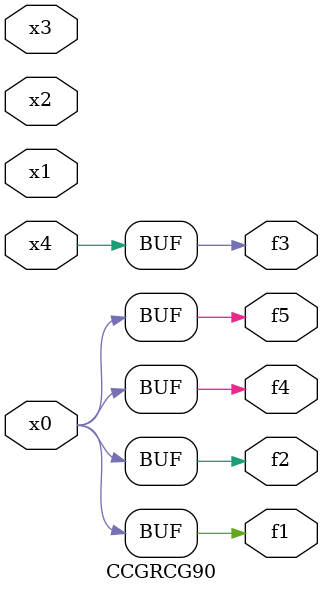
<source format=v>
module CCGRCG90(
	input x0, x1, x2, x3, x4,
	output f1, f2, f3, f4, f5
);
	assign f1 = x0;
	assign f2 = x0;
	assign f3 = x4;
	assign f4 = x0;
	assign f5 = x0;
endmodule

</source>
